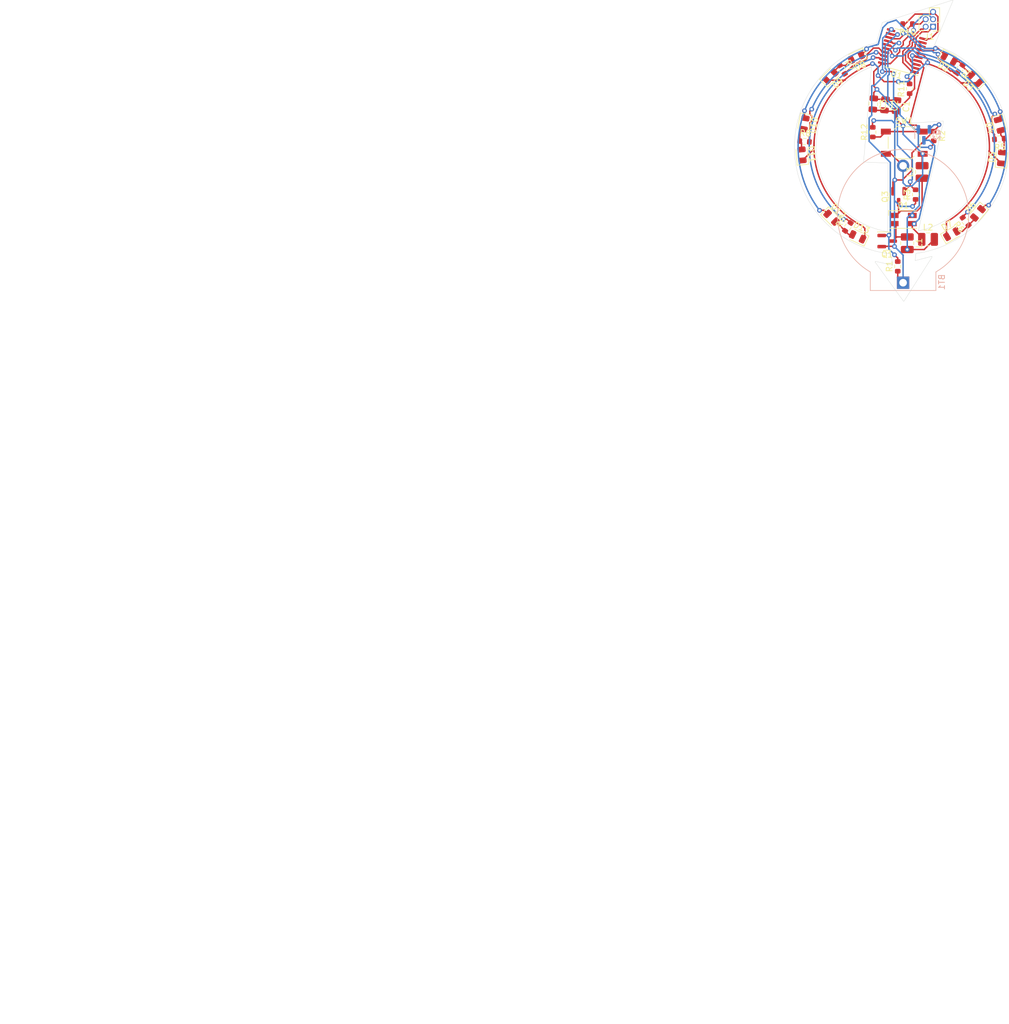
<source format=kicad_pcb>
(kicad_pcb (version 20241229) (generator "pcbnew") (generator_version "9.0")
  (layers (0 "F.Cu" signal) (2 "B.Cu" signal) (13 "F.Paste" user) (15 "B.Paste" user) (5 "F.SilkS" user "F.Silkscreen") (7 "B.SilkS" user "B.Silkscreen") (1 "F.Mask" user) (3 "B.Mask" user) (25 "Edge.Cuts" user))
  (net 0 "")
  (net 1 "GND")
  (net 2 "VCC")
  (net 3 "Net-(D1-GK)")
  (net 4 "Net-(D1-BK)")
  (net 5 "Net-(D1-RK)")
  (net 6 "Net-(D2-A)")
  (net 7 "/MPX2")
  (net 8 "/MPX1")
  (net 9 "Net-(D4-A)")
  (net 10 "Net-(D6-A)")
  (net 11 "Net-(D8-A)")
  (net 12 "Net-(D10-A)")
  (net 13 "Net-(D12-A)")
  (net 14 "/nRST")
  (net 15 "/SWC")
  (net 16 "/SWD")
  (net 17 "/B")
  (net 18 "/R")
  (net 19 "/G")
  (net 20 "/L1")
  (net 21 "/L2")
  (net 22 "/L3")
  (net 23 "/L4")
  (net 24 "/L5")
  (net 25 "/L6")
  (net 26 "Net-(U1-PB6{slash}PF4-BOOT0)")
  (net 27 "Net-(SW1A-A)")
  (footprint "Resistor_SMD:R_0603_1608Metric" (layer "F.Cu") (at 128.595226 41.7268 -90)
    (property "Reference" "R7")
    (property "Value" "1k" (hide yes))
  )
  (footprint "karifa:TSSOP-20_4.4x6.5mm_P0.65mm" (layer "F.Cu") (at 138.938 38.5572)
    (property "Reference" "U1")
    (property "Value" "PY32F002AF15P6TU" (hide yes))
  )
  (footprint "LED_SMD:LED_0805_2012Metric" (layer "F.Cu") (at 147.319882 69.849052 50)
    (property "Reference" "D7")
    (property "Value" "LED" (hide yes))
  )
  (footprint "karifa:ProgConnector_5pin" (layer "F.Cu") (at 144.1196 34.3916 180)
    (property "Reference" "J1")
    (property "Value" "Conn_2Rows-05Pins" (hide yes))
  )
  (footprint "LED_SMD:LED_0805_2012Metric" (layer "F.Cu") (at 151.295472 43.322861 180)
    (property "Reference" "D3")
    (property "Value" "LED" (hide yes))
  )
  (footprint "LED_SMD:LED_0805_2012Metric" (layer "F.Cu") (at 126.737945 67.060271 -55)
    (property "Reference" "D12")
    (property "Value" "LED" (hide yes))
  )
  (footprint "LED_SMD:LED_0805_2012Metric" (layer "F.Cu") (at 155.852844 56.834671 75)
    (property "Reference" "D5")
    (property "Value" "LED" (hide yes))
  )
  (footprint "LED_SMD:LED_0805_2012Metric" (layer "F.Cu") (at 131.209723 70.329076 125)
    (property "Reference" "D13")
    (property "Value" "LED" (hide yes))
  )
  (footprint "Resistor_SMD:R_0603_1608Metric" (layer "F.Cu") (at 144.2212 53.086 -90)
    (property "Reference" "R2")
    (property "Value" "100k" (hide yes))
  )
  (footprint "LED_SMD:LED_0805_2012Metric" (layer "F.Cu") (at 151.789046 66.312915 -130)
    (property "Reference" "D6")
    (property "Value" "LED" (hide yes))
  )
  (footprint "LED_SMD:LED_0805_2012Metric" (layer "F.Cu") (at 126.56677 42.878167 90)
    (property "Reference" "D9")
    (property "Value" "LED" (hide yes))
  )
  (footprint "Capacitor_SMD:C_0805_2012Metric" (layer "F.Cu") (at 135.89 47.752 -95)
    (property "Reference" "C2")
    (property "Value" "10uF" (hide yes))
  )
  (footprint "LED_SMD:LED_0805_2012Metric" (layer "F.Cu") (at 155.46427 51.218909 -15)
    (property "Reference" "D4")
    (property "Value" "LED" (hide yes))
  )
  (footprint "Resistor_SMD:R_0603_1608Metric" (layer "F.Cu") (at 149.6568 67.7164 140)
    (property "Reference" "R6")
    (property "Value" "1k")
  )
  (footprint "LED_SMD:LED_0805_2012Metric" (layer "F.Cu") (at 130.999261 39.634197 -90)
    (property "Reference" "D8")
    (property "Value" "LED" (hide yes))
  )
  (footprint "Resistor_SMD:R_0603_1608Metric" (layer "F.Cu") (at 141.1224 63.1058 90)
    (property "Reference" "R3")
    (property "Value" "100k" (hide yes))
  )
  (footprint "karifa:LED_RGB_Wuerth-PLCC4_3.2x2.8mm_150141M173100" (layer "F.Cu") (at 139.0136 67.372 180)
    (property "Reference" "D1")
    (property "Value" "LED_ARGB" (hide yes))
  )
  (footprint "Resistor_SMD:R_0603_1608Metric" (layer "F.Cu") (at 139.7508 33.9344 180)
    (property "Reference" "R10")
    (property "Value" "100k" (hide yes))
  )
  (footprint "LED_SMD:LED_0805_2012Metric" (layer "F.Cu") (at 122.116 50.977431 -75)
    (property "Reference" "D10")
    (property "Value" "LED" (hide yes))
  )
  (footprint "Resistor_SMD:R_0603_1608Metric" (layer "F.Cu") (at 138.0744 75.3872 90)
    (property "Reference" "R1")
    (property "Value" "100k" (hide yes))
  )
  (footprint "Resistor_SMD:R_0603_1608Metric" (layer "F.Cu") (at 140.1064 45.0088 90)
    (property "Reference" "R11")
    (property "Value" "100k" (hide yes))
  )
  (footprint "Capacitor_SMD:C_0805_2012Metric" (layer "F.Cu") (at 133.898194 47.595505 -95)
    (property "Reference" "C3")
    (property "Value" "10uF" (hide yes))
  )
  (footprint "Button_Switch_SMD:SW_SPST_TL3342" (layer "F.Cu") (at 139.18479 54.231664)
    (property "Reference" "SW1")
    (property "Value" "SW_DPST_x2")
  )
  (footprint "Inductor_SMD:L_1008_2520Metric" (layer "F.Cu") (at 139.7 71.4248 -90)
    (property "Reference" "L1")
    (property "Value" "L" (hide yes))
  )
  (footprint "Inductor_SMD:L_1008_2520Metric" (layer "F.Cu") (at 142.24 59.2328 90)
    (property "Reference" "L3")
    (property "Value" "L" (hide yes))
  )
  (footprint "Resistor_SMD:R_0603_1608Metric" (layer "F.Cu") (at 129.54 68.6308 35)
    (property "Reference" "R9")
    (property "Value" "1k" (hide yes))
  )
  (footprint "Resistor_SMD:R_0603_1608Metric" (layer "F.Cu") (at 133.8072 52.4256 90)
    (property "Reference" "R12")
    (property "Value" "100k" (hide yes))
  )
  (footprint "karifa:SOT-23" (layer "F.Cu") (at 138.2268 63.4769 90)
    (property "Reference" "Q3")
    (property "Value" "AO3401A")
  )
  (footprint "LED_SMD:LED_0805_2012Metric" (layer "F.Cu") (at 121.697836 56.325734 105)
    (property "Reference" "D11")
    (property "Value" "LED" (hide yes))
  )
  (footprint "Resistor_SMD:R_0603_1608Metric" (layer "F.Cu") (at 148.692503 41.654612 -90)
    (property "Reference" "R4")
    (property "Value" "1k" (hide yes))
  )
  (footprint "Inductor_SMD:L_1008_2520Metric" (layer "F.Cu") (at 143.256 70.7644)
    (property "Reference" "L2")
    (property "Value" "L" (hide yes))
  )
  (footprint "Capacitor_SMD:C_0805_2012Metric" (layer "F.Cu") (at 137.8712 47.9044 -95)
    (property "Reference" "C1")
    (property "Value" "100nF" (hide yes))
  )
  (footprint "LED_SMD:LED_0805_2012Metric" (layer "F.Cu") (at 146.863703 39.866452)
    (property "Reference" "D2")
    (property "Value" "LED" (hide yes))
  )
  (footprint "Resistor_SMD:R_0603_1608Metric" (layer "F.Cu") (at 155.448 53.594 165)
    (property "Reference" "R5")
    (property "Value" "1k" (hide yes))
  )
  (footprint "Resistor_SMD:R_0603_1608Metric" (layer "F.Cu") (at 122.13226 54.021502 15)
    (property "Reference" "R8")
    (property "Value" "1k" (hide yes))
  )
  (footprint "karifa:SOT-23" (layer "F.Cu") (at 136.2687 71.054 180)
    (property "Reference" "Q1")
    (property "Value" "AO3401A")
  )
  (footprint "karifa:CR2032_Holder" (layer "B.Cu") (at 138.9888 78.1812 90)
    (property "Reference" "BT1")
    (property "Value" "Battery")
  )
  (footprint "karifa:SOT-23" (layer "B.Cu") (at 142.5448 52.8828 90)
    (property "Reference" "Q2")
    (property "Value" "AO3401A")
  )
  (gr_arc (start 132.0292 68.4784) (mid 123.762175 54.037403) (end 133.732955 40.715629) (stroke (width 0.25)) (layer "F.Cu") (net 8))
  (gr_arc (start 143.183821 40.727876) (mid 153.651369 53.178688) (end 146.4564 67.7672) (stroke (width 0.25)) (layer "F.Cu") (net 8))
  (gr_arc (start 124.69241 65.797164) (mid 121.745909 49.966502) (end 132.7404 38.2016) (stroke (width 0.25)) (layer "B.Cu") (net 7))
  (gr_arc (start 142.022061 38.977807) (mid 149.347603 42.474929) (end 154.0764 49.0728) (stroke (width 0.25)) (layer "B.Cu") (net 21))
  (gr_arc (start 123.357277 48.494799) (mid 127.742627 42.362098) (end 134.366 38.7604) (stroke (width 0.25)) (layer "B.Cu") (net 24))
  (gr_arc (start 141.783388 39.501052) (mid 153.917287 50.314079) (end 150.0124 66.0908) (stroke (width 0.25)) (layer "B.Cu") (net 22))
  (gr_arc (start 128.778 67.31) (mid 123.201579 52.043028) (end 133.902072 39.808798) (stroke (width 0.25)) (layer "B.Cu") (net 25))
  (gr_arc (start 144.525333 38.101996) (mid 155.72671 49.255907) (end 153.6192 64.9224) (stroke (width 0.25)) (layer "B.Cu") (net 7))
  (gr_line (start 140.369596 50.888768) (end 145.809536 50.536731) (stroke (width 0.05)) (layer "Edge.Cuts"))
  (gr_line (start 142.975446 41.019258) (end 140.369596 50.888768) (stroke (width 0.05)) (layer "Edge.Cuts"))
  (gr_line (start 134.211904 74.665777) (end 139.034641 81.312631) (stroke (width 0.05)) (layer "Edge.Cuts"))
  (gr_line (start 137.212383 75.170858) (end 136.892115 73.237773) (stroke (width 0.05)) (layer "Edge.Cuts"))
  (gr_line (start 134.454421 37.152536) (end 135.428401 33.712079) (stroke (width 0.05)) (layer "Edge.Cuts"))
  (gr_line (start 141.062682 74.392433) (end 141.174406 73.178049) (stroke (width 0.05)) (layer "Edge.Cuts"))
  (gr_arc (start 136.892115 73.237773) (mid 120.443304 56.223998) (end 134.454421 37.152536) (stroke (width 0.05)) (layer "Edge.Cuts"))
  (gr_arc (start 132.3185 57.542582) (mid 132.261878 57.515635) (end 132.24207 57.45614) (stroke (width 0.05)) (layer "Edge.Cuts"))
  (gr_line (start 132.24207 57.45614) (end 133.563217 41.277491) (stroke (width 0.05)) (layer "Edge.Cuts"))
  (gr_arc (start 143.852922 73.679642) (mid 143.93749 73.710195) (end 143.940235 73.800072) (stroke (width 0.05)) (layer "Edge.Cuts"))
  (gr_arc (start 147.418406 29.852739) (mid 147.501629 29.874847) (end 147.516578 29.959656) (stroke (width 0.05)) (layer "Edge.Cuts"))
  (gr_line (start 132.3185 57.542582) (end 136.432669 57.712729) (stroke (width 0.05)) (layer "Edge.Cuts"))
  (gr_line (start 136.362402 69.449445) (end 136.432669 57.712729) (stroke (width 0.05)) (layer "Edge.Cuts"))
  (gr_arc (start 134.211904 74.665777) (mid 134.209646 74.575094) (end 134.293541 74.540597) (stroke (width 0.05)) (layer "Edge.Cuts"))
  (gr_line (start 147.516578 29.959656) (end 144.375181 37.52051) (stroke (width 0.05)) (layer "Edge.Cuts"))
  (gr_arc (start 142.975447 41.019257) (mid 153.322994 55.699378) (end 141.594496 69.301587) (stroke (width 0.05)) (layer "Edge.Cuts"))
  (gr_arc (start 144.375181 37.52051) (mid 157.024015 56.62835) (end 141.174406 73.178049) (stroke (width 0.05)) (layer "Edge.Cuts"))
  (gr_arc (start 135.428401 33.712079) (mid 135.44789 33.678233) (end 135.481081 33.657649) (stroke (width 0.05)) (layer "Edge.Cuts"))
  (gr_line (start 141.594496 69.301587) (end 145.892662 50.634514) (stroke (width 0.05)) (layer "Edge.Cuts"))
  (gr_line (start 143.852922 73.679642) (end 141.062682 74.392433) (stroke (width 0.05)) (layer "Edge.Cuts"))
  (gr_line (start 134.293541 74.540597) (end 137.212383 75.170858) (stroke (width 0.05)) (layer "Edge.Cuts"))
  (gr_line (start 147.418406 29.852739) (end 135.481081 33.657649) (stroke (width 0.05)) (layer "Edge.Cuts"))
  (gr_arc (start 139.166905 81.308569) (mid 139.101864 81.345587) (end 139.034641 81.312631) (stroke (width 0.05)) (layer "Edge.Cuts"))
  (gr_arc (start 136.362401 69.449445) (mid 124.160558 56.436788) (end 133.563217 41.277491) (stroke (width 0.05)) (layer "Edge.Cuts"))
  (gr_arc (start 145.809536 50.536731) (mid 145.875654 50.564749) (end 145.892662 50.634514) (stroke (width 0.05)) (layer "Edge.Cuts"))
  (gr_line (start 139.166905 81.308569) (end 143.940235 73.800072) (stroke (width 0.05)) (layer "Edge.Cuts"))
  (segment (start 142.24 58.1578) (end 142.24 56.226454) (width 0.25) (layer "F.Cu") (net 1))
  (segment (start 140.1064 46.532787) (end 140.1064 45.8338) (width 0.25) (layer "F.Cu") (net 1))
  (segment (start 142.5956 72.4998) (end 144.331 70.7644) (width 0.25) (layer "F.Cu") (net 1))
  (segment (start 140.1126 36.94799) (end 140.321028 36.739562) (width 0.25) (layer "F.Cu") (net 1))
  (segment (start 140.321028 35.880622) (end 140.791688 35.409962) (width 0.25) (layer "F.Cu") (net 1))
  (segment (start 135.959602 48.850785) (end 135.807202 48.698385) (width 0.25) (layer "F.Cu") (net 1))
  (segment (start 140.625577 42.184227) (end 138.955011 40.513661) (width 0.25) (layer "F.Cu") (net 1))
  (segment (start 137.788402 48.850785) (end 140.1064 46.532787) (width 0.25) (layer "F.Cu") (net 1))
  (segment (start 136.939264 56.131664) (end 136.03479 56.131664) (width 0.25) (layer "F.Cu") (net 1))
  (segment (start 135.807202 48.698385) (end 133.971891 48.698385) (width 0.25) (layer "F.Cu") (net 1))
  (segment (start 140.945916 44.994284) (end 140.945916 42.123401) (width 0.25) (layer "F.Cu") (net 1))
  (segment (start 133.971891 48.698385) (end 133.815396 48.54189) (width 0.25) (layer "F.Cu") (net 1))
  (segment (start 139.7 72.4998) (end 142.5956 72.4998) (width 0.25) (layer "F.Cu") (net 1))
  (segment (start 138.9888 51.3588) (end 137.788402 50.158402) (width 0.25) (layer "F.Cu") (net 1))
  (segment (start 140.321028 36.739562) (end 140.321028 35.880622) (width 0.25) (layer "F.Cu") (net 1))
  (segment (start 140.791688 35.409962) (end 140.791688 35.0094) (width 0.25) (layer "F.Cu") (net 1))
  (segment (start 138.955011 40.513661) (end 138.955011 38.613579) (width 0.25) (layer "F.Cu") (net 1))
  (segment (start 140.1126 37.45599) (end 140.1126 36.94799) (width 0.25) (layer "F.Cu") (net 1))
  (segment (start 140.1064 45.8338) (end 140.945916 44.994284) (width 0.25) (layer "F.Cu") (net 1))
  (segment (start 142.24 56.226454) (end 142.33479 56.131664) (width 0.25) (layer "F.Cu") (net 1))
  (segment (start 138.955011 38.613579) (end 140.1126 37.45599) (width 0.25) (layer "F.Cu") (net 1))
  (segment (start 137.788402 50.158402) (end 137.788402 48.850785) (width 0.25) (layer "F.Cu") (net 1))
  (segment (start 137.788402 48.850785) (end 135.959602 48.850785) (width 0.25) (layer "F.Cu") (net 1))
  (segment (start 138.9888 58.1812) (end 136.939264 56.131664) (width 0.25) (layer "F.Cu") (net 1))
  (via (at 140.791688 35.0094) (size 0.8) (drill 0.4) (layers "F.Cu" "B.Cu") (net 1))
  (via (at 138.9888 51.3588) (size 0.8) (drill 0.4) (layers "F.Cu" "B.Cu") (net 1))
  (via (at 144.1196 33.1216) (size 0.8) (drill 0.4) (layers "F.Cu" "B.Cu") (net 1))
  (via (at 140.5636 66.672) (size 0.8) (drill 0.4) (layers "F.Cu" "B.Cu") (net 1))
  (via (at 139.7 72.4998) (size 0.8) (drill 0.4) (layers "F.Cu" "B.Cu") (net 1))
  (via (at 142.33479 56.131664) (size 0.8) (drill 0.4) (layers "F.Cu" "B.Cu") (net 1))
  (segment (start 143.2936 32.2956) (end 142.507459 32.2956) (width 0.25) (layer "B.Cu") (net 1))
  (segment (start 140.08636 66.68036) (end 141.76276 65.00396) (width 0.25) (layer "B.Cu") (net 1))
  (segment (start 142.33479 56.131664) (end 142.33479 59.80913) (width 0.25) (layer "B.Cu") (net 1))
  (segment (start 140.791688 34.011371) (end 140.791688 35.0094) (width 0.25) (layer "B.Cu") (net 1))
  (segment (start 141.76276 65.00396) (end 141.76276 60.38116) (width 0.25) (layer "B.Cu") (net 1))
  (segment (start 139.5116 61.6352) (end 138.9888 61.1124) (width 0.25) (layer "B.Cu") (net 1))
  (segment (start 142.33479 59.80913) (end 141.76276 60.38116) (width 0.25) (layer "B.Cu") (net 1))
  (segment (start 142.507459 32.2956) (end 140.791688 34.011371) (width 0.25) (layer "B.Cu") (net 1))
  (segment (start 140.09472 66.672) (end 140.08636 66.68036) (width 0.25) (layer "B.Cu") (net 1))
  (segment (start 140.5636 66.672) (end 140.09472 66.672) (width 0.25) (layer "B.Cu") (net 1))
  (segment (start 138.9888 52.785674) (end 138.9888 51.3588) (width 0.25) (layer "B.Cu") (net 1))
  (segment (start 138.9888 61.1124) (end 138.9888 58.1812) (width 0.25) (layer "B.Cu") (net 1))
  (segment (start 144.1196 33.1216) (end 143.2936 32.2956) (width 0.25) (layer "B.Cu") (net 1))
  (segment (start 142.33479 56.131664) (end 138.9888 52.785674) (width 0.25) (layer "B.Cu") (net 1))
  (segment (start 140.50872 61.6352) (end 139.5116 61.6352) (width 0.25) (layer "B.Cu") (net 1))
  (segment (start 139.7 72.4998) (end 139.7 67.06672) (width 0.25) (layer "B.Cu") (net 1))
  (segment (start 139.7 67.06672) (end 140.08636 66.68036) (width 0.25) (layer "B.Cu") (net 1))
  (segment (start 141.76276 60.38116) (end 140.50872 61.6352) (width 0.25) (layer "B.Cu") (net 1))
  (segment (start 139.013708 36.906692) (end 139.013708 37.485028) (width 0.25) (layer "F.Cu") (net 2))
  (segment (start 137.5664 60.6044) (end 137.248212 60.922588) (width 0.25) (layer "F.Cu") (net 2))
  (segment (start 137.5156 71.9836) (end 137.486 71.954) (width 0.25) (layer "F.Cu") (net 2))
  (segment (start 133.7564 51.5498) (end 133.8072 51.6006) (width 0.25) (layer "F.Cu") (net 2))
  (segment (start 139.8016 36.1188) (end 139.013708 36.906692) (width 0.25) (layer "F.Cu") (net 2))
  (segment (start 140.6144 65.1256) (end 141.1224 64.6176) (width 0.25) (layer "F.Cu") (net 2))
  (segment (start 137.971331 39.127362) (end 137.971331 39.553486) (width 0.25) (layer "F.Cu") (net 2))
  (segment (start 137.486 71.954) (end 135.3812 71.954) (width 0.25) (layer "F.Cu") (net 2))
  (segment (start 140.5758 33.9344) (end 139.919989 34.590211) (width 0.25) (layer "F.Cu") (net 2))
  (segment (start 137.248212 60.922588) (end 137.248212 62.510812) (width 0.25) (layer "F.Cu") (net 2))
  (segment (start 135.3812 71.954) (end 135.3312 72.004) (width 0.25) (layer "F.Cu") (net 2))
  (segment (start 139.907789 34.590211) (end 139.8016 34.6964) (width 0.25) (layer "F.Cu") (net 2))
  (segment (start 134.5184 45.1104) (end 133.980992 44.572992) (width 0.25) (layer "F.Cu") (net 2))
  (segment (start 140.5758 33.9344) (end 141.9352 33.9344) (width 0.25) (layer "F.Cu") (net 2))
  (segment (start 138.396611 38.702082) (end 137.971331 39.127362) (width 0.25) (layer "F.Cu") (net 2))
  (segment (start 140.5128 58.9478) (end 140.5128 55.9694) (width 0.25) (layer "F.Cu") (net 2))
  (segment (start 136.125198 46.958015) (end 135.972798 46.805615) (width 0.25) (layer "F.Cu") (net 2))
  (segment (start 145.1356 51.1556) (end 145.1356 51.3466) (width 0.25) (layer "F.Cu") (net 2))
  (segment (start 142.748 33.1216) (end 141.9352 33.9344) (width 0.25) (layer "F.Cu") (net 2))
  (segment (start 133.9596 50.4444) (end 133.7564 50.6476) (width 0.25) (layer "F.Cu") (net 2))
  (segment (start 139.013708 37.485028) (end 138.396611 38.102125) (width 0.25) (layer "F.Cu") (net 2))
  (segment (start 138.0744 77.2668) (end 138.9888 78.1812) (width 0.25) (layer "F.Cu") (net 2))
  (segment (start 133.980992 42.076662) (end 135.415992 40.641662) (width 0.25) (layer "F.Cu") (net 2))
  (segment (start 133.980992 44.572992) (end 133.980992 42.076662) (width 0.25) (layer "F.Cu") (net 2))
  (segment (start 138.396611 38.102125) (end 138.396611 38.702082) (width 0.25) (layer "F.Cu") (net 2))
  (segment (start 137.248212 62.510812) (end 137.2768 62.5394) (width 0.25) (layer "F.Cu") (net 2))
  (segment (start 138.0744 76.2122) (end 138.0744 77.2668) (width 0.25) (layer "F.Cu") (net 2))
  (segment (start 134.137487 46.805615) (end 133.980992 46.64912) (width 0.25) (layer "F.Cu") (net 2))
  (segment (start 137.971331 39.553486) (end 136.822329 40.702488) (width 0.25) (layer "F.Cu") (net 2))
  (segment (start 134.5184 45.1104) (end 133.980992 45.647808) (width 0.25) (layer "F.Cu") (net 2))
  (segment (start 136.822329 40.702488) (end 135.415992 40.702488) (width 0.25) (layer "F.Cu") (net 2))
  (segment (start 133.7564 50.6476) (end 133.7564 51.5498) (width 0.25) (layer "F.Cu") (net 2))
  (segment (start 140.5128 55.9694) (end 144.2212 52.261) (width 0.25) (layer "F.Cu") (net 2))
  (segment (start 135.972798 46.805615) (end 134.137487 46.805615) (width 0.25) (layer "F.Cu") (net 2))
  (segment (start 139.919989 34.590211) (end 139.907789 34.590211) (width 0.25) (layer "F.Cu") (net 2))
  (segment (start 142.8496 33.1216) (end 142.748 33.1216) (width 0.25) (layer "F.Cu") (net 2))
  (segment (start 137.5664 60.6044) (end 138.8562 60.6044) (width 0.25) (layer "F.Cu") (net 2))
  (segment (start 133.980992 45.647808) (end 133.980992 46.64912) (width 0.25) (layer "F.Cu") (net 2))
  (segment (start 145.1356 51.3466) (end 144.2212 52.261) (width 0.25) (layer "F.Cu") (net 2))
  (segment (start 137.953998 46.958015) (end 136.125198 46.958015) (width 0.25) (layer "F.Cu") (net 2))
  (segment (start 138.8562 60.6044) (end 140.5128 58.9478) (width 0.25) (layer "F.Cu") (net 2))
  (segment (start 141.1224 64.6176) (end 141.1224 63.9308) (width 0.25) (layer "F.Cu") (net 2))
  (segment (start 139.8016 34.6964) (end 139.8016 36.1188) (width 0.25) (layer "F.Cu") (net 2))
  (via (at 145.1356 51.1556) (size 0.8) (drill 0.4) (layers "F.Cu" "B.Cu") (net 2))
  (via (at 133.9596 50.4444) (size 0.8) (drill 0.4) (layers "F.Cu" "B.Cu") (net 2))
  (via (at 137.5664 60.6044) (size 0.8) (drill 0.4) (layers "F.Cu" "B.Cu") (net 2))
  (via (at 140.6144 65.1256) (size 0.8) (drill 0.4) (layers "F.Cu" "B.Cu") (net 2))
  (via (at 134.5184 45.1104) (size 0.8) (drill 0.4) (layers "F.Cu" "B.Cu") (net 2))
  (via (at 137.5156 71.9836) (size 0.8) (drill 0.4) (layers "F.Cu" "B.Cu") (net 2))
  (segment (start 133.9596 50.4444) (end 137.0584 50.4444) (width 0.25) (layer "B.Cu") (net 2))
  (segment (start 144.2845 51.1556) (end 143.4948 51.9453) (width 0.25) (layer "B.Cu") (net 2))
  (segment (start 135.926414 46.518414) (end 135.926414 46.783802) (width 0.25) (layer "B.Cu") (net 2))
  (segment (start 137.5156 60.6552) (end 137.5664 60.6044) (width 0.25) (layer "B.Cu") (net 2))
  (segment (start 137.5664 49.171028) (end 137.5664 50.57878) (width 0.25) (layer "B.Cu") (net 2))
  (segment (start 135.926414 47.157422) (end 136.190604 47.421612) (width 0.25) (layer "B.Cu") (net 2))
  (segment (start 137.5156 71.9836) (end 138.9888 73.4568) (width 0.25) (layer "B.Cu") (net 2))
  (segment (start 140.6144 65.1256) (end 138.5316 65.1256) (width 0.25) (layer "B.Cu") (net 2))
  (segment (start 138.9888 73.4568) (end 138.9888 78.1812) (width 0.25) (layer "B.Cu") (net 2))
  (segment (start 145.1356 51.1556) (end 144.2845 51.1556) (width 0.25) (layer "B.Cu") (net 2))
  (segment (start 137.5156 71.9836) (end 137.5156 64.1096) (width 0.25) (layer "B.Cu") (net 2))
  (segment (start 137.30221 48.533218) (end 137.5664 48.797408) (width 0.25) (layer "B.Cu") (net 2))
  (segment (start 137.5156 64.1096) (end 137.5156 60.6552) (width 0.25) (layer "B.Cu") (net 2))
  (segment (start 137.5664 48.797408) (end 137.5664 49.171028) (width 0.25) (layer "B.Cu") (net 2))
  (segment (start 136.190604 47.421612) (end 136.4996 47.730608) (width 0.25) (layer "B.Cu") (net 2))
  (segment (start 134.5184 45.1104) (end 135.926414 46.518414) (width 0.25) (layer "B.Cu") (net 2))
  (segment (start 136.4996 47.730608) (end 137.30221 48.533218) (width 0.25) (layer "B.Cu") (net 2))
  (segment (start 137.0584 50.4444) (end 137.5664 50.9524) (width 0.25) (layer "B.Cu") (net 2))
  (segment (start 138.5316 65.1256) (end 137.5156 64.1096) (width 0.25) (layer "B.Cu") (net 2))
  (segment (start 137.5664 50.57878) (end 137.5664 50.9524) (width 0.25) (layer "B.Cu") (net 2))
  (segment (start 137.5664 60.6044) (end 137.5664 50.9524) (width 0.25) (layer "B.Cu") (net 2))
  (segment (start 135.926414 46.783802) (end 135.926414 47.157422) (width 0.25) (layer "B.Cu") (net 2))
  (segment (start 142.24 60.3078) (end 142.24 65.045269) (width 0.25) (layer "F.Cu") (net 3))
  (segment (start 138.600373 65.896) (end 138.2268 66.269573) (width 0.25) (layer "F.Cu") (net 3))
  (segment (start 142.24 65.045269) (end 141.389269 65.896) (width 0.25) (layer "F.Cu") (net 3))
  (segment (start 138.2268 64.4144) (end 138.2268 66.269573) (width 0.25) (layer "F.Cu") (net 3))
  (segment (start 138.2268 66.269573) (end 137.75671 66.739663) (width 0.25) (layer "F.Cu") (net 3))
  (segment (start 141.389269 65.896) (end 138.600373 65.896) (width 0.25) (layer "F.Cu") (net 3))
  (segment (start 137.2062 71.054) (end 137.75671 70.50349) (width 0.25) (layer "F.Cu") (net 4))
  (segment (start 137.75671 70.50349) (end 137.9104 70.3498) (width 0.25) (layer "F.Cu") (net 4))
  (segment (start 137.75671 70.50349) (end 137.75671 68.139663) (width 0.25) (layer "F.Cu") (net 4))
  (segment (start 137.9104 70.3498) (end 139.7 70.3498) (width 0.25) (layer "F.Cu") (net 4))
  (segment (start 140.6144 68.1228) (end 140.5636 68.072) (width 0.25) (layer "F.Cu") (net 5))
  (segment (start 140.8684 68.1228) (end 140.6144 68.1228) (width 0.25) (layer "F.Cu") (net 5))
  (segment (start 142.181 70.7644) (end 142.181 70.4006) (width 0.25) (layer "F.Cu") (net 5))
  (segment (start 140.5636 68.7832) (end 140.5636 68.072) (width 0.25) (layer "F.Cu") (net 5))
  (segment (start 142.181 70.4006) (end 140.5636 68.7832) (width 0.25) (layer "F.Cu") (net 5))
  (via (at 140.8684 68.1228) (size 0.8) (drill 0.4) (layers "F.Cu" "B.Cu") (net 5))
  (segment (start 144.388968 54.716248) (end 143.49302 53.8203) (width 0.25) (layer "B.Cu") (net 5))
  (segment (start 140.85671 68.13449) (end 140.8684 68.1228) (width 0.25) (layer "B.Cu") (net 5))
  (segment (start 144.388968 55.712231) (end 144.388968 54.716248) (width 0.25) (layer "B.Cu") (net 5))
  (segment (start 141.729706 67.261494) (end 144.388968 55.712231) (width 0.25) (layer "B.Cu") (net 5))
  (segment (start 140.8684 68.1228) (end 141.729706 67.261494) (width 0.25) (layer "B.Cu") (net 5))
  (segment (start 143.49302 53.8203) (end 142.5448 53.8203) (width 0.25) (layer "B.Cu") (net 5))
  (segment (start 140.85671 68.139663) (end 140.85671 68.13449) (width 0.25) (layer "B.Cu") (net 5))
  (segment (start 149.165702 40.978813) (end 149.165702 41.193092) (width 0.25) (layer "F.Cu") (net 6))
  (segment (start 148.522089 40.3352) (end 149.165702 40.978813) (width 0.25) (layer "F.Cu") (net 6))
  (segment (start 147.6756 40.3352) (end 148.522089 40.3352) (width 0.25) (layer "F.Cu") (net 6))
  (segment (start 149.165702 41.193092) (end 150.63256 42.65995) (width 0.25) (layer "F.Cu") (net 6))
  (segment (start 155.6004 49.934584) (end 155.221629 50.313355) (width 0.25) (layer "F.Cu") (net 7))
  (segment (start 132.7404 38.346516) (end 131.848922 39.237994) (width 0.25) (layer "F.Cu") (net 7))
  (segment (start 144.526 38.1508) (end 144.526 38.1) (width 0.25) (layer "F.Cu") (net 7))
  (segment (start 141.955311 38.356293) (end 142.343893 38.356293) (width 0.25) (layer "F.Cu") (net 7))
  (segment (start 144.2212 38.4556) (end 144.526 38.1508) (width 0.25) (layer "F.Cu") (net 7))
  (segment (start 124.69241 65.797164) (end 125.474839 65.797164) (width 0.25) (layer "F.Cu") (net 7))
  (segment (start 125.474839 65.797164) (end 126.075033 66.397358) (width 0.25) (layer "F.Cu") (net 7))
  (segment (start 142.343893 38.356293) (end 142.4432 38.4556) (width 0.25) (layer "F.Cu") (net 7))
  (segment (start 122.1232 48.768) (end 122.1232 49.898579) (width 0.25) (layer "F.Cu") (net 7))
  (segment (start 144.526 38.1) (end 144.991483 38.1) (width 0.25) (layer "F.Cu") (net 7))
  (segment (start 142.4432 38.4556) (end 144.2212 38.4556) (width 0.25) (layer "F.Cu") (net 7))
  (segment (start 144.991483 38.1) (end 146.051806 39.160323) (width 0.25) (layer "F.Cu") (net 7))
  (segment (start 153.6192 64.9224) (end 153.064008 64.9224) (width 0.25) (layer "F.Cu") (net 7))
  (segment (start 132.7404 38.2016) (end 132.7404 38.346516) (width 0.25) (layer "F.Cu") (net 7))
  (segment (start 146.051806 39.160323) (end 146.051806 39.397704) (width 0.25) (layer "F.Cu") (net 7))
  (segment (start 122.1232 49.898579) (end 122.278795 50.054174) (width 0.25) (layer "F.Cu") (net 7))
  (segment (start 155.6004 48.9204) (end 155.6004 49.934584) (width 0.25) (layer "F.Cu") (net 7))
  (segment (start 153.064008 64.9224) (end 152.391659 65.594749) (width 0.25) (layer "F.Cu") (net 7))
  (via (at 124.69241 65.797164) (size 0.8) (drill 0.4) (layers "F.Cu" "B.Cu") (net 7))
  (via (at 132.7404 38.2016) (size 0.8) (drill 0.4) (layers "F.Cu" "B.Cu") (net 7))
  (via (at 122.1232 48.768) (size 0.8) (drill 0.4) (layers "F.Cu" "B.Cu") (net 7))
  (via (at 153.6192 64.9224) (size 0.8) (drill 0.4) (layers "F.Cu" "B.Cu") (net 7))
  (via (at 144.526 38.1) (size 0.8) (drill 0.4) (layers "F.Cu" "B.Cu") (net 7))
  (via (at 155.6004 48.9204) (size 0.8) (drill 0.4) (layers "F.Cu" "B.Cu") (net 7))
  (via (at 132.7404 38.2016) (size 0.8) (drill 0.4) (layers "F.Cu" "B.Cu") (net 7))
  (via (at 132.7404 38.2016) (size 0.8) (drill 0.4) (layers "F.Cu" "B.Cu") (net 7))
  (segment (start 133.530152 37.7444) (end 133.7564 37.7444) (width 0.25) (layer "B.Cu") (net 7))
  (segment (start 134.668498 37.439807) (end 134.698405 37.38965) (width 0.25) (layer "B.Cu") (net 7))
  (segment (start 134.698405 37.38965) (end 134.731312 37.371264) (width 0.25) (layer "B.Cu") (net 7))
  (segment (start 136.358148 33.720252) (end 137.805365 33.258965) (width 0.25) (layer "B.Cu") (net 7))
  (segment (start 133.7564 37.7444) (end 133.85533 37.64547) (width 0.25) (layer "B.Cu") (net 7))
  (segment (start 132.7404 38.2016) (end 133.0247 37.9173) (width 0.25) (layer "B.Cu") (net 7))
  (segment (start 135.530633 34.547767) (end 136.358148 33.720252) (width 0.25) (layer "B.Cu") (net 7))
  (segment (start 134.459276 37.492722) (end 134.495549 37.502991) (width 0.25) (layer "B.Cu") (net 7))
  (segment (start 134.794612 37.147666) (end 135.530633 34.547767) (width 0.25) (layer "B.Cu") (net 7))
  (segment (start 133.0247 37.9173) (end 133.530152 37.7444) (width 0.25) (layer "B.Cu") (net 7))
  (segment (start 142.6464 38.1) (end 144.526 38.1) (width 0.25) (layer "B.Cu") (net 7))
  (segment (start 134.731312 37.371264) (end 134.751148 37.301196) (width 0.25) (layer "B.Cu") (net 7))
  (segment (start 133.85533 37.64547) (end 134.459276 37.492722) (width 0.25) (layer "B.Cu") (net 7))
  (segment (start 134.808932 37.204287) (end 134.794612 37.147666) (width 0.25) (layer "B.Cu") (net 7))
  (segment (start 134.495549 37.502991) (end 134.559126 37.467469) (width 0.25) (layer "B.Cu") (net 7))
  (segment (start 134.751148 37.301196) (end 134.808932 37.204287) (width 0.25) (layer "B.Cu") (net 7))
  (segment (start 137.805365 33.258965) (end 142.6464 38.1) (width 0.25) (layer "B.Cu") (net 7))
  (segment (start 134.559126 37.467469) (end 134.668498 37.439807) (width 0.25) (layer "B.Cu") (net 7))
  (segment (start 146.507984 70.317802) (end 146.4056 70.215418) (width 0.25) (layer "F.Cu") (net 8))
  (segment (start 141.787078 38.984143) (end 142.209743 38.984143) (width 0.25) (layer "F.Cu") (net 8))
  (segment (start 123.762175 55.277035) (end 123.762175 54.037403) (width 0.25) (layer "F.Cu") (net 8))
  (segment (start 143.183821 40.5384) (end 143.183821 40.727876) (width 0.25) (layer "F.Cu") (net 8))
  (segment (start 146.4056 70.215418) (end 146.4056 67.818) (width 0.25) (layer "F.Cu") (net 8))
  (segment (start 121.779544 57.259666) (end 123.762175 55.277035) (width 0.25) (layer "F.Cu") (net 8))
  (segment (start 135.74635 43.7896) (end 134.705992 42.749242) (width 0.25) (layer "F.Cu") (net 8))
  (segment (start 142.209743 38.984143) (end 143.183821 39.958221) (width 0.25) (layer "F.Cu") (net 8))
  (segment (start 151.958384 43.985772) (end 148.823087 43.985772) (width 0.25) (layer "F.Cu") (net 8))
  (segment (start 146.4056 67.818) (end 146.4564 67.7672) (width 0.25) (layer "F.Cu") (net 8))
  (segment (start 155.771135 57.768602) (end 153.664183 55.66165) (width 0.25) (layer "F.Cu") (net 8))
  (segment (start 138.176 43.7896) (end 135.74635 43.7896) (width 0.25) (layer "F.Cu") (net 8))
  (segment (start 132.0292 68.4784) (end 132.4356 68.8848) (width 0.25) (layer "F.Cu") (net 8))
  (segment (start 125.903859 43.541079) (end 129.07792 43.541079) (width 0.25) (layer "F.Cu") (net 8))
  (segment (start 132.4356 70.349066) (end 132.059385 70.725281) (width 0.25) (layer "F.Cu") (net 8))
  (segment (start 132.4356 68.8848) (end 132.4356 70.349066) (width 0.25) (layer "F.Cu") (net 8))
  (segment (start 143.183821 39.958221) (end 143.183821 40.5384) (width 0.25) (layer "F.Cu") (net 8))
  (via (at 133.7564 40.715629) (size 0.8) (drill 0.4) (layers "F.Cu" "B.Cu") (net 8))
  (via (at 143.183821 40.5384) (size 0.8) (drill 0.4) (layers "F.Cu" "B.Cu") (net 8))
  (via (at 138.176 43.7896) (size 0.8) (drill 0.4) (layers "F.Cu" "B.Cu") (net 8))
  (via (at 134.705992 42.749242) (size 0.8) (drill 0.4) (layers "F.Cu" "B.Cu") (net 8))
  (segment (start 140.3752 43.142811) (end 140.3752 43.22672) (width 0.25) (layer "B.Cu") (net 8))
  (segment (start 143.183821 40.5384) (end 142.979611 40.5384) (width 0.25) (layer "B.Cu") (net 8))
  (segment (start 140.3752 43.22672) (end 139.81232 43.7896) (width 0.25) (layer "B.Cu") (net 8))
  (segment (start 133.7564 40.715629) (end 133.732955 40.715629) (width 0.25) (layer "B.Cu") (net 8))
  (segment (start 142.979611 40.5384) (end 140.3752 43.142811) (width 0.25) (layer "B.Cu") (net 8))
  (segment (start 134.086029 40.715629) (end 133.7564 40.715629) (width 0.25) (layer "B.Cu") (net 8))
  (segment (start 134.705992 42.749242) (end 134.705992 41.335592) (width 0.25) (layer "B.Cu") (net 8))
  (segment (start 134.705992 41.335592) (end 134.086029 40.715629) (width 0.25) (layer "B.Cu") (net 8))
  (segment (start 139.81232 43.7896) (end 138.176 43.7896) (width 0.25) (layer "B.Cu") (net 8))
  (segment (start 155.706911 52.124463) (end 155.706911 52.959149) (width 0.25) (layer "F.Cu") (net 9))
  (segment (start 156.26986 55.565433) (end 155.934553 55.90074) (width 0.25) (layer "F.Cu") (net 9))
  (segment (start 155.706911 52.959149) (end 156.26986 53.522098) (width 0.25) (layer "F.Cu") (net 9))
  (segment (start 156.26986 53.522098) (end 156.26986 55.565433) (width 0.25) (layer "F.Cu") (net 9))
  (segment (start 148.13178 69.380302) (end 149.155184 69.380302) (width 0.25) (layer "F.Cu") (net 10))
  (segment (start 149.155184 69.380302) (end 150.1871 68.348386) (width 0.25) (layer "F.Cu") (net 10))
  (segment (start 151.186433 67.031081) (end 151.186433 67.349053) (width 0.25) (layer "F.Cu") (net 10))
  (segment (start 151.186433 67.349053) (end 150.1871 68.348386) (width 0.25) (layer "F.Cu") (net 10))
  (segment (start 127.229681 41.965376) (end 128.182727 41.01233) (width 0.25) (layer "F.Cu") (net 11))
  (segment (start 127.229681 42.215255) (end 127.229681 41.965376) (width 0.25) (layer "F.Cu") (net 11))
  (segment (start 129.16767 41.01233) (end 130.1496 40.0304) (width 0.25) (layer "F.Cu") (net 11))
  (segment (start 128.182727 41.01233) (end 129.16767 41.01233) (width 0.25) (layer "F.Cu") (net 11))
  (segment (start 121.616128 54.255328) (end 121.3104 53.9496) (width 0.25) (layer "F.Cu") (net 12))
  (segment (start 121.3104 53.9496) (end 121.3104 52.543493) (width 0.25) (layer "F.Cu") (net 12))
  (segment (start 121.3104 52.543493) (end 121.953205 51.900688) (width 0.25) (layer "F.Cu") (net 12))
  (segment (start 121.616128 55.391802) (end 121.616128 54.255328) (width 0.25) (layer "F.Cu") (net 12))
  (segment (start 127.483386 67.723184) (end 129.066799 69.306597) (width 0.25) (layer "F.Cu") (net 13))
  (segment (start 127.400857 67.723184) (end 127.483386 67.723184) (width 0.25) (layer "F.Cu") (net 13))
  (segment (start 129.693073 69.932871) (end 129.066799 69.306597) (width 0.25) (layer "F.Cu") (net 13))
  (segment (start 130.360061 69.932871) (end 129.693073 69.932871) (width 0.25) (layer "F.Cu") (net 13))
  (segment (start 138.9258 33.9344) (end 139.3258 33.9344) (width 0.25) (layer "F.Cu") (net 14))
  (segment (start 144.9456 35.2176) (end 143.690462 36.472738) (width 0.25) (layer "F.Cu") (net 14))
  (segment (start 144.1196 31.8516) (end 144.9456 32.6776) (width 0.25) (layer "F.Cu") (net 14))
  (segment (start 144.9456 32.6776) (end 144.9456 35.2176) (width 0.25) (layer "F.Cu") (net 14))
  (segment (start 143.690462 36.472738) (end 142.460008 36.472738) (width 0.25) (layer "F.Cu") (net 14))
  (segment (start 139.3258 33.9344) (end 141.028615 32.231585) (width 0.25) (layer "F.Cu") (net 14))
  (segment (start 143.739615 32.231585) (end 144.1196 31.8516) (width 0.25) (layer "F.Cu") (net 14))
  (segment (start 141.028615 32.231585) (end 143.739615 32.231585) (width 0.25) (layer "F.Cu") (net 14))
  (segment (start 141.223028 37.17348) (end 141.223028 36.254242) (width 0.25) (layer "F.Cu") (net 15))
  (segment (start 142.22207 35.2552) (end 143.256 35.2552) (width 0.25) (layer "F.Cu") (net 15))
  (segment (start 143.256 35.2552) (end 144.1196 34.3916) (width 0.25) (layer "F.Cu") (net 15))
  (segment (start 141.28238 40.867698) (end 140.882178 40.867698) (width 0.25) (layer "F.Cu") (net 15))
  (segment (start 139.857011 39.033723) (end 140.886564 38.00417) (width 0.25) (layer "F.Cu") (net 15))
  (segment (start 139.857011 39.635163) (end 139.857011 39.033723) (width 0.25) (layer "F.Cu") (net 15))
  (segment (start 140.882178 40.867698) (end 140.2588 40.24432) (width 0.25) (layer "F.Cu") (net 15))
  (segment (start 141.054796 37.341712) (end 141.223028 37.17348) (width 0.25) (layer "F.Cu") (net 15))
  (segment (start 140.886564 37.969564) (end 141.054796 37.801332) (width 0.25) (layer "F.Cu") (net 15))
  (segment (start 140.2588 40.036952) (end 139.857011 39.635163) (width 0.25) (layer "F.Cu") (net 15))
  (segment (start 141.054796 37.801332) (end 141.054796 37.341712) (width 0.25) (layer "F.Cu") (net 15))
  (segment (start 141.223028 36.254242) (end 142.22207 35.2552) (width 0.25) (layer "F.Cu") (net 15))
  (segment (start 140.2588 40.24432) (end 140.2588 40.036952) (width 0.25) (layer "F.Cu") (net 15))
  (segment (start 140.886564 38.00417) (end 140.886564 37.969564) (width 0.25) (layer "F.Cu") (net 15))
  (segment (start 140.772028 36.067432) (end 142.03526 34.8042) (width 0.25) (layer "F.Cu") (net 16))
  (segment (start 140.672158 41.434724) (end 139.406011 40.168577) (width 0.25) (layer "F.Cu") (net 16))
  (segment (start 142.437 34.8042) (end 142.8496 34.3916) (width 0.25) (layer "F.Cu") (net 16))
  (segment (start 139.910278 38.342646) (end 139.910278 38.296122) (width 0.25) (layer "F.Cu") (net 16))
  (segment (start 142.03526 34.8042) (end 142.437 34.8042) (width 0.25) (layer "F.Cu") (net 16))
  (segment (start 139.406011 40.168577) (end 139.406011 38.846913) (width 0.25) (layer "F.Cu") (net 16))
  (segment (start 140.5636 37.1348) (end 140.772028 36.926372) (width 0.25) (layer "F.Cu") (net 16))
  (segment (start 140.772028 36.926372) (end 140.772028 36.067432) (width 0.25) (layer "F.Cu") (net 16))
  (segment (start 140.5636 37.6428) (end 140.5636 37.1348) (width 0.25) (layer "F.Cu") (net 16))
  (segment (start 139.406011 38.846913) (end 139.910278 38.342646) (width 0.25) (layer "F.Cu") (net 16))
  (segment (start 139.910278 38.296122) (end 140.5636 37.6428) (width 0.25) (layer "F.Cu") (net 16))
  (segment (start 138.0744 73.9648) (end 137.5156 73.406) (width 0.25) (layer "F.Cu") (net 17))
  (segment (start 138.0744 74.5622) (end 138.0744 73.9648) (width 0.25) (layer "F.Cu") (net 17))
  (segment (start 135.382 70.0532) (end 135.3312 70.104) (width 0.25) (layer "F.Cu") (net 17))
  (segment (start 138.029696 35.734308) (end 136.87731 35.734308) (width 0.25) (layer "F.Cu") (net 17))
  (segment (start 136.87731 35.734308) (end 136.761852 35.61885) (width 0.25) (layer "F.Cu") (net 17))
  (segment (start 138.0236 35.728212) (end 138.0236 35.56) (width 0.25) (layer "F.Cu") (net 17))
  (segment (start 136.5504 70.0532) (end 135.382 70.0532) (width 0.25) (layer "F.Cu") (net 17))
  (segment (start 138.029696 35.734308) (end 138.0236 35.728212) (width 0.25) (layer "F.Cu") (net 17))
  (via (at 138.029696 35.734308) (size 0.8) (drill 0.4) (layers "F.Cu" "B.Cu") (net 17))
  (via (at 137.5156 73.406) (size 0.8) (drill 0.4) (layers "F.Cu" "B.Cu") (net 17))
  (via (at 136.5504 70.0532) (size 0.8) (drill 0.4) (layers "F.Cu" "B.Cu") (net 17))
  (segment (start 135.926414 37.707986) (end 135.926414 41.529294) (width 0.25) (layer "B.Cu") (net 17))
  (segment (start 133.623673 49.550407) (end 133.178373 49.995707) (width 0.25) (layer "B.Cu") (net 17))
  (segment (start 136.8044 57.62229) (end 136.8044 69.7992) (width 0.25) (layer "B.Cu") (net 17))
  (segment (start 135.926414 41.529294) (end 136.1588 41.76168) (width 0.25) (layer "B.Cu") (net 17))
  (segment (start 136.8044 69.7992) (end 136.5504 70.0532) (width 0.25) (layer "B.Cu") (net 17))
  (segment (start 136.5504 72.410011) (end 136.5504 70.0532) (width 0.25) (layer "B.Cu") (net 17))
  (segment (start 137.900092 35.734308) (end 135.926414 37.707986) (width 0.25) (layer "B.Cu") (net 17))
  (segment (start 136.1588 42.36312) (end 134.07192 44.45) (width 0.25) (layer "B.Cu") (net 17))
  (segment (start 133.716272 44.45) (end 133.623673 44.542599) (width 0.25) (layer "B.Cu") (net 17))
  (segment (start 133.623673 44.542599) (end 133.623673 49.550407) (width 0.25) (layer "B.Cu") (net 17))
  (segment (start 138.029696 35.734308) (end 137.900092 35.734308) (width 0.25) (layer "B.Cu") (net 17))
  (segment (start 133.178373 53.996263) (end 136.8044 57.62229) (width 0.25) (layer "B.Cu") (net 17))
  (segment (start 134.07192 44.45) (end 133.716272 44.45) (width 0.25) (layer "B.Cu") (net 17))
  (segment (start 137.5156 73.406) (end 137.5156 73.375211) (width 0.25) (layer "B.Cu") (net 17))
  (segment (start 136.1588 41.76168) (end 136.1588 42.36312) (width 0.25) (layer "B.Cu") (net 17))
  (segment (start 137.5156 73.375211) (end 136.5504 72.410011) (width 0.25) (layer "B.Cu") (net 17))
  (segment (start 133.178373 49.995707) (end 133.178373 53.996263) (width 0.25) (layer "B.Cu") (net 17))
  (segment (start 136.930084 34.990999) (end 136.930084 34.907983) (width 0.25) (layer "F.Cu") (net 18))
  (segment (start 144.1196 54.5592) (end 144.1196 54.0126) (width 0.25) (layer "F.Cu") (net 18))
  (segment (start 143.6624 55.0164) (end 144.1196 54.5592) (width 0.25) (layer "F.Cu") (net 18))
  (segment (start 144.1196 54.0126) (end 144.2212 53.911) (width 0.25) (layer "F.Cu") (net 18))
  (segment (start 135.4328 42.0624) (end 136.9568 42.0624) (width 0.25) (layer "F.Cu") (net 18))
  (segment (start 136.9568 42.0624) (end 137.3632 42.4688) (width 0.25) (layer "F.Cu") (net 18))
  (segment (start 136.930084 34.907983) (end 136.987087 34.85098) (width 0.25) (layer "F.Cu") (net 18))
  (via (at 136.987087 34.85098) (size 0.8) (drill 0.4) (layers "F.Cu" "B.Cu") (net 18))
  (via (at 137.3632 42.4688) (size 0.8) (drill 0.4) (layers "F.Cu" "B.Cu") (net 18))
  (via (at 143.6624 55.0164) (size 0.8) (drill 0.4) (layers "F.Cu" "B.Cu") (net 18))
  (via (at 135.4328 42.0624) (size 0.8) (drill 0.4) (layers "F.Cu" "B.Cu") (net 18))
  (segment (start 141.5948 54.6252) (end 141.5948 51.9453) (width 0.25) (layer "B.Cu") (net 18))
  (segment (start 136.987087 34.85098) (end 136.987087 34.871113) (width 0.25) (layer "B.Cu") (net 18))
  (segment (start 135.4854 36.3728) (end 135.4836 36.3728) (width 0.25) (layer "B.Cu") (net 18))
  (segment (start 141.986 55.0164) (end 141.5948 54.6252) (width 0.25) (layer "B.Cu") (net 18))
  (segment (start 138.4684 48.423788) (end 138.4684 49.482081) (width 0.25) (layer "B.Cu") (net 18))
  (segment (start 135.475414 37.521176) (end 135.475414 42.054214) (width 0.25) (layer "B.Cu") (net 18))
  (segment (start 135.4836 36.3728) (end 135.4836 37.51299) (width 0.25) (layer "B.Cu") (net 18))
  (segment (start 137.3632 47.318588) (end 138.4684 48.423788) (width 0.25) (layer "B.Cu") (net 18))
  (segment (start 143.6624 55.0164) (end 141.986 55.0164) (width 0.25) (layer "B.Cu") (net 18))
  (segment (start 140.931619 51.9453) (end 141.5948 51.9453) (width 0.25) (layer "B.Cu") (net 18))
  (segment (start 137.3632 42.4688) (end 137.3632 47.318588) (width 0.25) (layer "B.Cu") (net 18))
  (segment (start 138.4684 49.482081) (end 140.931619 51.9453) (width 0.25) (layer "B.Cu") (net 18))
  (segment (start 136.987087 34.871113) (end 135.4854 36.3728) (width 0.25) (layer "B.Cu") (net 18))
  (segment (start 135.4836 37.51299) (end 135.475414 37.521176) (width 0.25) (layer "B.Cu") (net 18))
  (segment (start 138.235616 37.2364) (end 137.2616 37.2364) (width 0.25) (layer "F.Cu") (net 19))
  (segment (start 141.1224 62.2808) (end 140.9806 62.2808) (width 0.25) (layer "F.Cu") (net 19))
  (segment (start 137.2616 37.2364) (end 136.899754 36.874554) (width 0.25) (layer "F.Cu") (net 19))
  (segment (start 138.287708 37.184308) (end 138.235616 37.2364) (width 0.25) (layer "F.Cu") (net 19))
  (segment (start 140.208 60.9092) (end 140.208 61.5082) (width 0.25) (layer "F.Cu") (net 19))
  (segment (start 140.9806 62.2808) (end 140.208 61.5082) (width 0.25) (layer "F.Cu") (net 19))
  (segment (start 140.208 61.5082) (end 139.1768 62.5394) (width 0.25) (layer "F.Cu") (net 19))
  (segment (start 136.899754 36.874554) (end 136.425387 36.874554) (width 0.25) (layer "F.Cu") (net 19))
  (via (at 138.287708 37.184308) (size 0.8) (drill 0.4) (layers "F.Cu" "B.Cu") (net 19))
  (via (at 140.208 60.9092) (size 0.8) (drill 0.4) (layers "F.Cu" "B.Cu") (net 19))
  (segment (start 136.6098 42.54993) (end 136.377414 42.782316) (width 0.25) (layer "B.Cu") (net 19))
  (segment (start 138.0174 54.6546) (end 140.5636 57.2008) (width 0.25) (layer "B.Cu") (net 19))
  (segment (start 136.377414 46.970612) (end 138.0174 48.610598) (width 0.25) (layer "B.Cu") (net 19))
  (segment (start 140.5636 60.5536) (end 140.208 60.9092) (width 0.25) (layer "B.Cu") (net 19))
  (segment (start 136.377414 42.782316) (end 136.377414 46.970612) (width 0.25) (layer "B.Cu") (net 19))
  (segment (start 136.377414 41.342484) (end 136.6098 41.57487) (width 0.25) (layer "B.Cu") (net 19))
  (segment (start 140.5636 57.2008) (end 140.5636 60.5536) (width 0.25) (layer "B.Cu") (net 19))
  (segment (start 136.377414 38.666424) (end 136.377414 41.342484) (width 0.25) (layer "B.Cu") (net 19))
  (segment (start 138.0174 48.610598) (end 138.0174 54.6546) (width 0.25) (layer "B.Cu") (net 19))
  (segment (start 137.807438 37.2364) (end 136.377414 38.666424) (width 0.25) (layer "B.Cu") (net 19))
  (segment (start 138.235616 37.2364) (end 137.807438 37.2364) (width 0.25) (layer "B.Cu") (net 19))
  (segment (start 136.6098 41.57487) (end 136.6098 42.54993) (width 0.25) (layer "B.Cu") (net 19))
  (segment (start 138.287708 37.184308) (end 138.235616 37.2364) (width 0.25) (layer "B.Cu") (net 19))
  (segment (start 147.3708 41.9608) (end 147.740411 42.330411) (width 0.25) (layer "F.Cu") (net 20))
  (segment (start 145.040189 39.376189) (end 145.040189 39.90805) (width 0.25) (layer "F.Cu") (net 20))
  (segment (start 145.0848 39.220037) (end 145.0848 39.331578) (width 0.25) (layer "F.Cu") (net 20))
  (segment (start 137.187389 36.459308) (end 137.035608 36.307527) (width 0.25) (layer "F.Cu") (net 20))
  (segment (start 145.040189 39.90805) (end 147.092939 41.9608) (width 0.25) (layer "F.Cu") (net 20))
  (segment (start 138.407576 36.459308) (end 137.187389 36.459308) (width 0.25) (layer "F.Cu") (net 20))
  (segment (start 144.966783 39.10202) (end 145.0848 39.220037) (width 0.25) (layer "F.Cu") (net 20))
  (segment (start 139.011778 35.545842) (end 139.011778 35.855106) (width 0.25) (layer "F.Cu") (net 20))
  (segment (start 139.011778 35.855106) (end 138.407576 36.459308) (width 0.25) (layer "F.Cu") (net 20))
  (segment (start 147.092939 41.9608) (end 147.3708 41.9608) (width 0.25) (layer "F.Cu") (net 20))
  (segment (start 145.0848 39.331578) (end 145.040189 39.376189) (width 0.25) (layer "F.Cu") (net 20))
  (segment (start 147.740411 42.330411) (end 148.219304 42.330411) (width 0.25) (layer "F.Cu") (net 20))
  (via (at 139.011778 35.545842) (size 0.8) (drill 0.4) (layers "F.Cu" "B.Cu") (net 20))
  (via (at 144.966783 39.10202) (size 0.8) (drill 0.4) (layers "F.Cu" "B.Cu") (net 20))
  (segment (start 139.138831 35.672895) (end 139.581485 35.672895) (width 0.25) (layer "B.Cu") (net 20))
  (segment (start 144.22528 38.826) (end 144.690763 38.826) (width 0.25) (layer "B.Cu") (net 20))
  (segment (start 139.581485 35.672895) (end 142.45959 38.551) (width 0.25) (layer "B.Cu") (net 20))
  (segment (start 143.95028 38.551) (end 144.22528 38.826) (width 0.25) (layer "B.Cu") (net 20))
  (segment (start 139.011778 35.545842) (end 139.138831 35.672895) (width 0.25) (layer "B.Cu") (net 20))
  (segment (start 144.690763 38.826) (end 144.966783 39.10202) (width 0.25) (layer "B.Cu") (net 20))
  (segment (start 142.45959 38.551) (end 143.95028 38.551) (width 0.25) (layer "B.Cu") (net 20))
  (segment (start 136.352756 37.598007) (end 136.257155 37.502406) (width 0.25) (layer "F.Cu") (net 21))
  (segment (start 154.62614 52.82294) (end 154.2288 52.4256) (width 0.25) (layer "F.Cu") (net 21))
  (segment (start 154.14544 49.873265) (end 154.688309 49.330396) (width 0.25) (layer "F.Cu") (net 21))
  (segment (start 137.670611 38.401362) (end 137.393849 38.1246) (width 0.25) (layer "F.Cu") (net 21))
  (segment (start 154.2288 50.861168) (end 154.14544 50.777808) (width 0.25) (layer "F.Cu") (net 21))
  (segment (start 137.337 38.1246) (end 136.810407 37.598007) (width 0.25) (layer "F.Cu") (net 21))
  (segment (start 154.2288 52.4256) (end 154.2288 50.861168) (width 0.25) (layer "F.Cu") (net 21))
  (segment (start 154.14544 50.777808) (end 154.14544 49.873265) (width 0.25) (layer "F.Cu") (net 21))
  (segment (start 154.62614 53.665902) (end 154.62614 52.82294) (width 0.25) (layer "F.Cu") (net 21))
  (segment (start 136.810407 37.598007) (end 136.352756 37.598007) (width 0.25) (layer "F.Cu") (net 21))
  (segment (start 137.393849 38.1246) (end 137.337 38.1246) (width 0.25) (layer "F.Cu") (net 21))
  (via (at 137.670611 38.401362) (size 0.8) (drill 0.4) (layers "F.Cu" "B.Cu") (net 21))
  (via (at 154.688309 49.330396) (size 0.8) (drill 0.4) (layers "F.Cu" "B.Cu") (net 21))
  (segment (start 154.333996 49.330396) (end 154.688309 49.330396) (width 0.25) (layer "B.Cu") (net 21))
  (segment (start 137.670611 38.399947) (end 138.029958 38.0406) (width 0.25) (layer "B.Cu") (net 21))
  (segment (start 154.0764 49.0728) (end 154.333996 49.330396) (width 0.25) (layer "B.Cu") (net 21))
  (segment (start 141.085877 38.0406) (end 142.015771 38.970494) (width 0.25) (layer "B.Cu") (net 21))
  (segment (start 137.670611 38.401362) (end 137.670611 38.399947) (width 0.25) (layer "B.Cu") (net 21))
  (segment (start 142.015771 38.970494) (end 141.964481 38.959771) (width 0.25) (layer "B.Cu") (net 21))
  (segment (start 138.029958 38.0406) (end 141.085877 38.0406) (width 0.25) (layer "B.Cu") (net 21))
  (segment (start 137.103414 39.394683) (end 137.068583 39.359852) (width 0.25) (layer "F.Cu") (net 22))
  (segment (start 149.1836 67.040601) (end 149.1836 66.9196) (width 0.25) (layer "F.Cu") (net 22))
  (segment (start 149.1836 66.9196) (end 150.0124 66.0908) (width 0.25) (layer "F.Cu") (net 22))
  (segment (start 136.989436 38.649606) (end 136.530913 38.191083) (width 0.25) (layer "F.Cu") (net 22))
  (segment (start 137.068583 38.872183) (end 136.989436 38.793036) (width 0.25) (layer "F.Cu") (net 22))
  (segment (start 137.068583 39.359852) (end 137.068583 38.872183) (width 0.25) (layer "F.Cu") (net 22))
  (segment (start 136.989436 38.793036) (end 136.989436 38.649606) (width 0.25) (layer "F.Cu") (net 22))
  (via (at 137.103414 39.394683) (size 0.8) (drill 0.4) (layers "F.Cu" "B.Cu") (net 22))
  (via (at 150.0124 66.0908) (size 0.8) (drill 0.4) (layers "F.Cu" "B.Cu") (net 22))
  (segment (start 139.000117 39.394683) (end 137.103414 39.394683) (width 0.25) (layer "B.Cu") (net 22))
  (segment (start 140.773936 38.4916) (end 139.9032 38.4916) (width 0.25) (layer "B.Cu") (net 22))
  (segment (start 139.9032 38.4916) (end 139.000117 39.394683) (width 0.25) (layer "B.Cu") (net 22))
  (segment (start 141.783388 39.501052) (end 140.773936 38.4916) (width 0.25) (layer "B.Cu") (net 22))
  (segment (start 131.13762 40.57877) (end 131.32843 40.57877) (width 0.25) (layer "F.Cu") (net 23))
  (segment (start 131.5212 40.386) (end 131.525748 40.386) (width 0.25) (layer "F.Cu") (net 23))
  (segment (start 131.525748 40.386) (end 131.58295 40.328798) (width 0.25) (layer "F.Cu") (net 23))
  (segment (start 135.859864 38.697282) (end 135.920689 38.758107) (width 0.25) (layer "F.Cu") (net 23))
  (segment (start 132.294508 40.328798) (end 132.836942 39.786364) (width 0.25) (layer "F.Cu") (net 23))
  (segment (start 134.830617 38.0492) (end 135.478699 38.697282) (width 0.25) (layer "F.Cu") (net 23))
  (segment (start 133.9088 38.0492) (end 134.830617 38.0492) (width 0.25) (layer "F.Cu") (net 23))
  (segment (start 130.595186 41.121204) (end 131.13762 40.57877) (width 0.25) (layer "F.Cu") (net 23))
  (segment (start 129.007725 42.44127) (end 130.32779 41.121204) (width 0.25) (layer "F.Cu") (net 23))
  (segment (start 132.836942 39.121058) (end 133.0304 38.9276) (width 0.25) (layer "F.Cu") (net 23))
  (segment (start 131.58295 40.328798) (end 132.294508 40.328798) (width 0.25) (layer "F.Cu") (net 23))
  (segment (start 130.32779 41.121204) (end 130.595186 41.121204) (width 0.25) (layer "F.Cu") (net 23))
  (segment (start 133.9088 38.05992) (end 133.9088 38.0492) (width 0.25) (layer "F.Cu") (net 23))
  (segment (start 133.0304 38.9276) (end 133.04112 38.9276) (width 0.25) (layer "F.Cu") (net 23))
  (segment (start 133.04112 38.9276) (end 133.9088 38.05992) (width 0.25) (layer "F.Cu") (net 23))
  (segment (start 131.32843 40.57877) (end 131.5212 40.386) (width 0.25) (layer "F.Cu") (net 23))
  (segment (start 132.836942 39.786364) (end 132.836942 39.121058) (width 0.25) (layer "F.Cu") (net 23))
  (segment (start 122.95412 53.11868) (end 122.95412 54.093404) (width 0.25) (layer "F.Cu") (net 24))
  (segment (start 123.0376 50.828798) (end 123.0376 53.0352) (width 0.25) (layer "F.Cu") (net 24))
  (segment (start 123.0376 53.0352) (end 122.95412 53.11868) (width 0.25) (layer "F.Cu") (net 24))
  (segment (start 123.0376 49.353352) (end 123.340654 49.656406) (width 0.25) (layer "F.Cu") (net 24))
  (segment (start 123.0376 48.814476) (end 123.0376 49.353352) (width 0.25) (layer "F.Cu") (net 24))
  (segment (start 123.340654 49.656406) (end 123.340654 50.525744) (width 0.25) (layer "F.Cu") (net 24))
  (segment (start 123.340654 50.525744) (end 123.0376 50.828798) (width 0.25) (layer "F.Cu") (net 24))
  (segment (start 123.357277 48.494799) (end 123.0376 48.814476) (width 0.25) (layer "F.Cu") (net 24))
  (segment (start 135.347159 39.385959) (end 134.7354 38.7742) (width 0.25) (layer "F.Cu") (net 24))
  (segment (start 134.7354 38.7742) (end 134.375069 38.7742) (width 0.25) (layer "F.Cu") (net 24))
  (segment (start 135.752457 39.385959) (end 135.347159 39.385959) (width 0.25) (layer "F.Cu") (net 24))
  (via (at 134.375069 38.7742) (size 0.8) (drill 0.4) (layers "F.Cu" "B.Cu") (net 24))
  (via (at 123.357277 48.494799) (size 0.8) (drill 0.4) (layers "F.Cu" "B.Cu") (net 24))
  (segment (start 129.368198 67.31) (end 130.013201 67.955003) (width 0.25) (layer "F.Cu") (net 25))
  (segment (start 128.778 67.31) (end 129.368198 67.31) (width 0.25) (layer "F.Cu") (net 25))
  (segment (start 133.858 39.6748) (end 134.363949 39.6748) (width 0.25) (layer "F.Cu") (net 25))
  (segment (start 134.363949 39.6748) (end 134.385498 39.696349) (width 0.25) (layer "F.Cu") (net 25))
  (segment (start 135.162211 40.013811) (end 135.584225 40.013811) (width 0.25) (layer "F.Cu") (net 25))
  (segment (start 134.385498 39.696349) (end 134.844749 39.696349) (width 0.25) (layer "F.Cu") (net 25))
  (segment (start 134.844749 39.696349) (end 135.162211 40.013811) (width 0.25) (layer "F.Cu") (net 25))
  (via (at 133.858 39.6748) (size 0.8) (drill 0.4) (layers "F.Cu" "B.Cu") (net 25))
  (via (at 128.778 67.31) (size 0.8) (drill 0.4) (layers "F.Cu" "B.Cu") (net 25))
  (segment (start 139.6492 42.926) (end 140.1064 43.3832) (width 0.25) (layer "F.Cu") (net 26))
  (segment (start 140.1064 43.3832) (end 140.1064 44.1838) (width 0.25) (layer "F.Cu") (net 26))
  (segment (start 140.598254 39.3192) (end 140.97 39.3192) (width 0.25) (layer "F.Cu") (net 26))
  (segment (start 140.583011 39.334443) (end 140.598254 39.3192) (width 0.25) (layer "F.Cu") (net 26))
  (segment (start 141.262794 39.611994) (end 141.618845 39.611994) (width 0.25) (layer "F.Cu") (net 26))
  (segment (start 140.97 39.3192) (end 141.262794 39.611994) (width 0.25) (layer "F.Cu") (net 26))
  (via (at 140.583011 39.334443) (size 0.8) (drill 0.4) (layers "F.Cu" "B.Cu") (net 26))
  (via (at 139.6492 42.926) (size 0.8) (drill 0.4) (layers "F.Cu" "B.Cu") (net 26))
  (segment (start 140.583011 39.334443) (end 140.583011 41.992189) (width 0.25) (layer "B.Cu") (net 26))
  (segment (start 140.583011 41.992189) (end 139.6492 42.926) (width 0.25) (layer "B.Cu") (net 26))
  (segment (start 140.019925 50.936106) (end 140.040849 50.856859) (width 0.25) (layer "F.Cu") (net 27))
  (segment (start 141.831776 40.239846) (end 141.450613 40.239846) (width 0.25) (layer "F.Cu") (net 27))
  (segment (start 140.212134 51.184365) (end 140.155814 51.169495) (width 0.25) (layer "F.Cu") (net 27))
  (segment (start 142.33479 52.331664) (end 141.241565 51.238439) (width 0.25) (layer "F.Cu") (net 27))
  (segment (start 140.416934 51.238439) (end 140.337687 51.217515) (width 0.25) (layer "F.Cu") (net 27))
  (segment (start 140.052996 51.044573) (end 140.049234 50.986445) (width 0.25) (layer "F.Cu") (net 27))
  (segment (start 142.4432 41.3465) (end 142.4432 40.85127) (width 0.25) (layer "F.Cu") (net 27))
  (segment (start 140.337687 51.217515) (end 140.255897 51.222808) (width 0.25) (layer "F.Cu") (net 27))
  (segment (start 141.241565 51.238439) (end 140.416934 51.238439) (width 0.25) (layer "F.Cu") (net 27))
  (segment (start 140.035556 50.775069) (end 140.073998 50.731307) (width 0.25) (layer "F.Cu") (net 27))
  (segment (start 133.8072 53.2506) (end 135.115854 53.2506) (width 0.25) (layer "F.Cu") (net 27))
  (segment (start 140.155814 51.169495) (end 140.114574 51.098665) (width 0.25) (layer "F.Cu") (net 27))
  (segment (start 142.529173 41.432473) (end 142.4432 41.3465) (width 0.25) (layer "F.Cu") (net 27))
  (segment (start 140.049234 50.986445) (end 140.019925 50.936106) (width 0.25) (layer "F.Cu") (net 27))
  (segment (start 140.073998 50.731307) (end 142.529173 41.432473) (width 0.25) (layer "F.Cu") (net 27))
  (segment (start 140.255897 51.222808) (end 140.212134 51.184365) (width 0.25) (layer "F.Cu") (net 27))
  (segment (start 142.33479 52.331664) (end 136.03479 52.331664) (width 0.25) (layer "F.Cu") (net 27))
  (segment (start 140.040849 50.856859) (end 140.035556 50.775069) (width 0.25) (layer "F.Cu") (net 27))
  (segment (start 135.115854 53.2506) (end 136.03479 52.331664) (width 0.25) (layer "F.Cu") (net 27))
  (segment (start 140.114574 51.098665) (end 140.052996 51.044573) (width 0.25) (layer "F.Cu") (net 27))
  (segment (start 142.4432 40.85127) (end 141.831776 40.239846) (width 0.25) (layer "F.Cu") (net 27))
)
</source>
